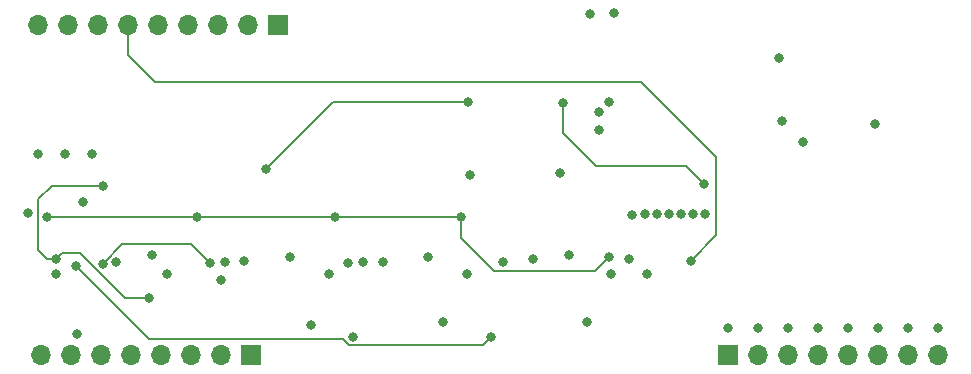
<source format=gbr>
%TF.GenerationSoftware,KiCad,Pcbnew,(5.1.10-1-10_14)*%
%TF.CreationDate,2021-10-28T11:05:28-04:00*%
%TF.ProjectId,ALU-smd,414c552d-736d-4642-9e6b-696361645f70,rev?*%
%TF.SameCoordinates,Original*%
%TF.FileFunction,Copper,L3,Inr*%
%TF.FilePolarity,Positive*%
%FSLAX46Y46*%
G04 Gerber Fmt 4.6, Leading zero omitted, Abs format (unit mm)*
G04 Created by KiCad (PCBNEW (5.1.10-1-10_14)) date 2021-10-28 11:05:28*
%MOMM*%
%LPD*%
G01*
G04 APERTURE LIST*
%TA.AperFunction,ComponentPad*%
%ADD10R,1.700000X1.700000*%
%TD*%
%TA.AperFunction,ComponentPad*%
%ADD11O,1.700000X1.700000*%
%TD*%
%TA.AperFunction,ViaPad*%
%ADD12C,0.800000*%
%TD*%
%TA.AperFunction,Conductor*%
%ADD13C,0.200000*%
%TD*%
G04 APERTURE END LIST*
D10*
%TO.N,BUS_00*%
%TO.C,J3*%
X94234000Y-161798000D03*
D11*
%TO.N,BUS_01*%
X91694000Y-161798000D03*
%TO.N,BUS_02*%
X89154000Y-161798000D03*
%TO.N,BUS_03*%
X86614000Y-161798000D03*
%TO.N,BUS_04*%
X84074000Y-161798000D03*
%TO.N,BUS_05*%
X81534000Y-161798000D03*
%TO.N,BUS_06*%
X78994000Y-161798000D03*
%TO.N,BUS_07*%
X76454000Y-161798000D03*
%TD*%
D10*
%TO.N,CLOCK*%
%TO.C,J1*%
X96520000Y-133858000D03*
D11*
%TO.N,LHS_LOAD_IN*%
X93980000Y-133858000D03*
%TO.N,LHS_OUT*%
X91440000Y-133858000D03*
%TO.N,LHS_SEL_00*%
X88900000Y-133858000D03*
%TO.N,LHS_SEL_01*%
X86360000Y-133858000D03*
%TO.N,LHS_CARRY_OUT*%
X83820000Y-133858000D03*
%TO.N,LHS_CARRY_IN*%
X81280000Y-133858000D03*
%TO.N,GND*%
X78740000Y-133858000D03*
%TO.N,VCC*%
X76200000Y-133858000D03*
%TD*%
%TO.N,/LHS_00*%
%TO.C,J2*%
X152400000Y-161798000D03*
%TO.N,/LHS_01*%
X149860000Y-161798000D03*
%TO.N,/LHS_02*%
X147320000Y-161798000D03*
%TO.N,/LHS_03*%
X144780000Y-161798000D03*
%TO.N,/LHS_04*%
X142240000Y-161798000D03*
%TO.N,/LHS_05*%
X139700000Y-161798000D03*
%TO.N,/LHS_06*%
X137160000Y-161798000D03*
D10*
%TO.N,/LHS_07*%
X134620000Y-161798000D03*
%TD*%
D12*
%TO.N,GND*%
X120650000Y-140462000D03*
X112590500Y-140393500D03*
X132588000Y-147320000D03*
X137160000Y-159512000D03*
X139700000Y-159512000D03*
X142240000Y-159512000D03*
X144780000Y-159512000D03*
X147320000Y-159512000D03*
X149860000Y-159512000D03*
X152400000Y-159512000D03*
X134620000Y-159512000D03*
X126238000Y-153670000D03*
X127762000Y-154940000D03*
X77724000Y-153670000D03*
X85598000Y-156972000D03*
X81684500Y-147470500D03*
X80772000Y-144780000D03*
X78486000Y-144780000D03*
X76200000Y-144780000D03*
X138938000Y-136652000D03*
X122870000Y-132908000D03*
X95504000Y-146050000D03*
X99314000Y-159258000D03*
X110490004Y-159004000D03*
X122682000Y-159004000D03*
%TO.N,/LHS_00*%
X123698000Y-142748000D03*
X123698000Y-141224000D03*
%TO.N,VCC*%
X75311000Y-149733000D03*
X85852000Y-153354000D03*
X121158000Y-153354000D03*
X124528500Y-140393500D03*
X124968000Y-132842000D03*
X147066000Y-142240000D03*
X109220000Y-153500021D03*
X97536000Y-153500021D03*
X120330268Y-146365990D03*
%TO.N,BUS_07*%
X132603930Y-149860000D03*
X82804000Y-153924000D03*
%TO.N,BUS_06*%
X131600976Y-149862941D03*
X81661000Y-154051000D03*
X90737054Y-154042108D03*
%TO.N,BUS_05*%
X91960706Y-153936706D03*
X130592970Y-149870935D03*
X79502000Y-160020000D03*
%TO.N,BUS_04*%
X93599000Y-153797000D03*
X129584982Y-149878946D03*
X102421054Y-154042108D03*
%TO.N,BUS_03*%
X103644706Y-153936706D03*
X128576706Y-149886670D03*
X91693984Y-155448000D03*
%TO.N,BUS_02*%
X115570000Y-153924000D03*
X127571890Y-149897855D03*
X105410010Y-153924000D03*
%TO.N,BUS_01*%
X118110000Y-153670000D03*
X126470882Y-149981966D03*
X102870000Y-160274000D03*
%TO.N,LHS_SEL_00*%
X89662000Y-150114000D03*
X101346000Y-150114000D03*
X112014000Y-150114000D03*
X76962000Y-150114000D03*
X124525732Y-153477990D03*
%TO.N,LHS_CARRY_IN*%
X79361982Y-154291982D03*
X114554006Y-160274000D03*
%TO.N,LHS_SEL_01*%
X77724000Y-154940000D03*
X87122000Y-154940000D03*
X100838000Y-154940000D03*
X112522000Y-154940000D03*
X124714000Y-154940000D03*
X80010000Y-148844000D03*
%TO.N,LHS_CARRY_OUT*%
X131445000Y-153797000D03*
%TO.N,/LHS - Shift/LHS_LOAD*%
X112776000Y-146558000D03*
X140969998Y-143764000D03*
%TO.N,LHS_LOAD_IN*%
X139192000Y-141986000D03*
%TD*%
D13*
%TO.N,GND*%
X77724000Y-153670000D02*
X78232000Y-153162000D01*
X78232000Y-153162000D02*
X79756000Y-153162000D01*
X79756000Y-153162000D02*
X83566000Y-156972000D01*
X83566000Y-156972000D02*
X85598000Y-156972000D01*
X120650000Y-140462000D02*
X120650000Y-143002000D01*
X120650000Y-143002000D02*
X123444000Y-145796000D01*
X131064000Y-145796000D02*
X132588000Y-147320000D01*
X123444000Y-145796000D02*
X131064000Y-145796000D01*
X112590500Y-140393500D02*
X101160500Y-140393500D01*
X101160500Y-140393500D02*
X95504000Y-146050000D01*
X76962000Y-153670000D02*
X77724000Y-153670000D01*
X76200000Y-148590000D02*
X76200000Y-152908000D01*
X76200000Y-152908000D02*
X76962000Y-153670000D01*
X77319500Y-147470500D02*
X76200000Y-148590000D01*
X81684500Y-147470500D02*
X77319500Y-147470500D01*
%TO.N,BUS_06*%
X89094946Y-152400000D02*
X90737054Y-154042108D01*
X81661000Y-154051000D02*
X83312000Y-152400000D01*
X83312000Y-152400000D02*
X89094946Y-152400000D01*
%TO.N,LHS_SEL_00*%
X112014000Y-150114000D02*
X101346000Y-150114000D01*
X89662000Y-150114000D02*
X101346000Y-150114000D01*
X89662000Y-150114000D02*
X76962000Y-150114000D01*
X112014000Y-151892000D02*
X114808000Y-154686000D01*
X112014000Y-150114000D02*
X112014000Y-151892000D01*
X114808000Y-154686000D02*
X123317722Y-154686000D01*
X123317722Y-154686000D02*
X124525732Y-153477990D01*
%TO.N,LHS_CARRY_IN*%
X102025999Y-160466001D02*
X102533999Y-160974001D01*
X113854005Y-160974001D02*
X114554006Y-160274000D01*
X85536001Y-160466001D02*
X102025999Y-160466001D01*
X79361982Y-154291982D02*
X85536001Y-160466001D01*
X102533999Y-160974001D02*
X113854005Y-160974001D01*
%TO.N,LHS_CARRY_OUT*%
X131445000Y-153797000D02*
X133604000Y-151638000D01*
X133604000Y-151638000D02*
X133604000Y-145034000D01*
X133604000Y-145034000D02*
X127254000Y-138684000D01*
X127254000Y-138684000D02*
X86106000Y-138684000D01*
X83820000Y-136398000D02*
X83820000Y-133858000D01*
X86106000Y-138684000D02*
X83820000Y-136398000D01*
%TD*%
M02*

</source>
